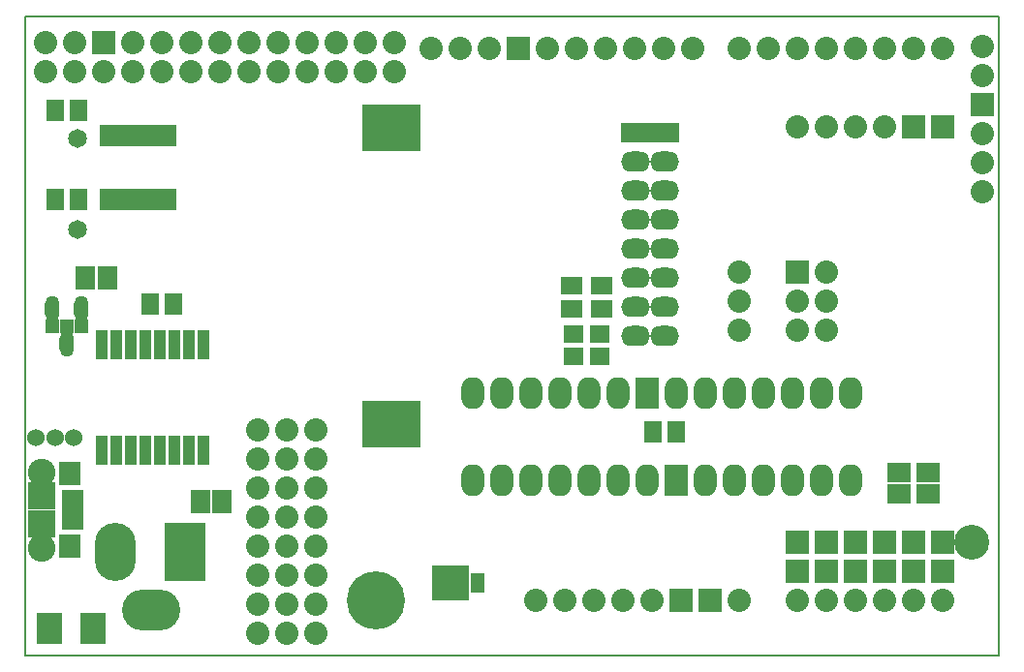
<source format=gbs>
G04 #@! TF.FileFunction,Soldermask,Bot*
%FSLAX46Y46*%
G04 Gerber Fmt 4.6, Leading zero omitted, Abs format (unit mm)*
G04 Created by KiCad (PCBNEW (2015-07-01 BZR 5850)-product) date Mon Jul 27 17:51:59 2015*
%MOMM*%
G01*
G04 APERTURE LIST*
%ADD10C,0.150000*%
%ADD11C,0.127000*%
%ADD12C,1.524000*%
%ADD13R,1.574800X1.930400*%
%ADD14R,1.930400X1.574800*%
%ADD15R,2.286000X2.730500*%
%ADD16R,3.175000X3.048000*%
%ADD17R,1.270000X1.778000*%
%ADD18O,2.032000X2.794000*%
%ADD19R,2.032000X2.794000*%
%ADD20C,2.032000*%
%ADD21R,2.032000X2.032000*%
%ADD22R,2.540000X1.778000*%
%ADD23O,2.540000X1.778000*%
%ADD24O,3.556000X5.080000*%
%ADD25R,3.556000X5.080000*%
%ADD26O,5.080000X3.556000*%
%ADD27O,1.270000X2.286000*%
%ADD28R,1.270000X1.270000*%
%ADD29R,1.879600X0.914400*%
%ADD30R,1.930400X2.108200*%
%ADD31R,2.413000X2.413000*%
%ADD32C,2.413000*%
%ADD33R,2.006600X1.808480*%
%ADD34R,1.808480X2.006600*%
%ADD35C,1.651000*%
%ADD36C,5.080000*%
%ADD37C,3.048000*%
%ADD38R,1.107440X2.506980*%
%ADD39R,0.927100X1.978660*%
%ADD40R,1.808480X1.557020*%
%ADD41R,5.080000X4.064000*%
G04 APERTURE END LIST*
D10*
D11*
X110490000Y-81280000D02*
X110490000Y-25400000D01*
X25400000Y-25400000D02*
X110490000Y-25400000D01*
X110490000Y-81280000D02*
X25400000Y-81280000D01*
X25400000Y-81280000D02*
X25400000Y-25400000D01*
D12*
X28003500Y-62230000D03*
X29654500Y-62230000D03*
X26352500Y-62242700D03*
D13*
X82296000Y-61722000D03*
X80264000Y-61722000D03*
X38354000Y-50609500D03*
X36322000Y-50609500D03*
D14*
X75819000Y-50990500D03*
X75819000Y-48958500D03*
X73152000Y-50990500D03*
X73152000Y-48958500D03*
D13*
X28003500Y-41402000D03*
X30035500Y-41402000D03*
X28003500Y-33655000D03*
X30035500Y-33655000D03*
D15*
X31305500Y-78930500D03*
X27495500Y-78930500D03*
D16*
X62611000Y-74930000D03*
D17*
X64960500Y-74930000D03*
D18*
X94996000Y-58356500D03*
X92456000Y-58356500D03*
X89916000Y-58356500D03*
X87376000Y-58356500D03*
X84836000Y-58356500D03*
X82296000Y-58356500D03*
D19*
X79756000Y-58356500D03*
D18*
X77216000Y-58356500D03*
X74676000Y-58356500D03*
X72136000Y-58356500D03*
X69596000Y-58356500D03*
X67056000Y-58356500D03*
X64516000Y-58356500D03*
X97536000Y-58356500D03*
X64516000Y-65976500D03*
X67056000Y-65976500D03*
X69596000Y-65976500D03*
X72136000Y-65976500D03*
X74676000Y-65976500D03*
X77216000Y-65976500D03*
X79756000Y-65976500D03*
D19*
X82296000Y-65976500D03*
D18*
X84836000Y-65976500D03*
X87376000Y-65976500D03*
X89916000Y-65976500D03*
X92456000Y-65976500D03*
X94996000Y-65976500D03*
X97536000Y-65976500D03*
D20*
X27178000Y-30226000D03*
X27178000Y-27686000D03*
X29718000Y-30226000D03*
X29718000Y-27686000D03*
X32258000Y-30226000D03*
D21*
X32258000Y-27686000D03*
D20*
X34798000Y-30226000D03*
X34798000Y-27686000D03*
X37338000Y-30226000D03*
X37338000Y-27686000D03*
X39878000Y-30226000D03*
X39878000Y-27686000D03*
X42418000Y-30226000D03*
X42418000Y-27686000D03*
X44958000Y-30226000D03*
X44958000Y-27686000D03*
X47498000Y-30226000D03*
X47498000Y-27686000D03*
X50038000Y-30226000D03*
X50038000Y-27686000D03*
X52578000Y-30226000D03*
X52578000Y-27686000D03*
X55118000Y-30226000D03*
X55118000Y-27686000D03*
X57658000Y-30226000D03*
X57658000Y-27686000D03*
D22*
X78740000Y-35560000D03*
D23*
X78740000Y-38100000D03*
X78740000Y-40640000D03*
X78740000Y-43180000D03*
X78740000Y-45720000D03*
X78740000Y-48260000D03*
X78740000Y-50800000D03*
X78740000Y-53340000D03*
D22*
X81280000Y-35560000D03*
D23*
X81280000Y-38100000D03*
X81280000Y-40640000D03*
X81280000Y-43180000D03*
X81280000Y-45720000D03*
X81280000Y-48260000D03*
X81280000Y-50800000D03*
X81280000Y-53340000D03*
D20*
X50800000Y-79375000D03*
X50800000Y-76835000D03*
X50800000Y-74295000D03*
X50800000Y-71755000D03*
X50800000Y-69215000D03*
X50800000Y-66675000D03*
X50800000Y-64135000D03*
X50800000Y-61595000D03*
X48260000Y-79375000D03*
X48260000Y-76835000D03*
X48260000Y-74295000D03*
X48260000Y-71755000D03*
X48260000Y-69215000D03*
X48260000Y-66675000D03*
X48260000Y-64135000D03*
X48260000Y-61595000D03*
X45720000Y-79375000D03*
X45720000Y-76835000D03*
X45720000Y-74295000D03*
X45720000Y-71755000D03*
X45720000Y-69215000D03*
X45720000Y-66675000D03*
X45720000Y-64135000D03*
X45720000Y-61595000D03*
X109093000Y-28067000D03*
X109093000Y-30607000D03*
D21*
X109093000Y-33147000D03*
D20*
X109093000Y-35687000D03*
X109093000Y-38227000D03*
X109093000Y-40767000D03*
D21*
X105600500Y-35052000D03*
X103060500Y-35052000D03*
D20*
X100520500Y-35052000D03*
X97980500Y-35052000D03*
X95440500Y-35052000D03*
X92900500Y-35052000D03*
X95440500Y-52832000D03*
X92900500Y-52832000D03*
X95440500Y-50292000D03*
X92900500Y-50292000D03*
X95440500Y-47752000D03*
D21*
X92900500Y-47752000D03*
D24*
X33274000Y-72263000D03*
D25*
X39370000Y-72263000D03*
D26*
X36449000Y-77343000D03*
D27*
X30353000Y-50990500D03*
X27813000Y-50990500D03*
X29083000Y-54038500D03*
D28*
X27813000Y-52514500D03*
X29083000Y-52514500D03*
X30353000Y-52514500D03*
D29*
X29527500Y-68580000D03*
X29527500Y-67929760D03*
X29527500Y-67279520D03*
X29527500Y-69230240D03*
X29527500Y-69880480D03*
D30*
X29273500Y-71755000D03*
X29273500Y-65405000D03*
D31*
X26860500Y-69786500D03*
X26860500Y-67373500D03*
D32*
X26860500Y-71882000D03*
X26860500Y-65278000D03*
D20*
X87820500Y-47752000D03*
X87820500Y-50292000D03*
X87820500Y-52832000D03*
D21*
X105600500Y-73977500D03*
X103060500Y-73977500D03*
X100520500Y-73977500D03*
X97980500Y-73977500D03*
X95440500Y-73977500D03*
X92900500Y-73977500D03*
X105600500Y-71437500D03*
X103060500Y-71437500D03*
X100520500Y-71437500D03*
X97980500Y-71437500D03*
X95440500Y-71437500D03*
X92900500Y-71437500D03*
D33*
X104330500Y-65278000D03*
X104330500Y-67183000D03*
X101790500Y-65278000D03*
X101790500Y-67183000D03*
D34*
X42608500Y-67818000D03*
X40703500Y-67818000D03*
X30670500Y-48323500D03*
X32575500Y-48323500D03*
D35*
X29972000Y-36068000D03*
X29972000Y-44069000D03*
D20*
X105600500Y-76517500D03*
X103060500Y-76517500D03*
X100520500Y-76517500D03*
X92900500Y-76517500D03*
X95440500Y-76517500D03*
X97980500Y-76517500D03*
X87820500Y-76517500D03*
D21*
X85280500Y-76517500D03*
X82740500Y-76517500D03*
D20*
X77660500Y-76517500D03*
X75120500Y-76517500D03*
X105600500Y-28257500D03*
X103060500Y-28257500D03*
X100520500Y-28257500D03*
X97980500Y-28257500D03*
X95440500Y-28257500D03*
X92900500Y-28257500D03*
X90360500Y-28257500D03*
X87820500Y-28257500D03*
X83756500Y-28257500D03*
X81216500Y-28257500D03*
X78676500Y-28257500D03*
X76136500Y-28257500D03*
X73596500Y-28257500D03*
X71056500Y-28257500D03*
D21*
X68516500Y-28257500D03*
D20*
X65976500Y-28257500D03*
X80200500Y-76517500D03*
D36*
X56070500Y-76517500D03*
D37*
X108140500Y-71437500D03*
D20*
X72580500Y-76517500D03*
X70040500Y-76517500D03*
X63436500Y-28257500D03*
X60896500Y-28257500D03*
D38*
X40957500Y-63388240D03*
X39687500Y-63388240D03*
X38417500Y-63388240D03*
X37147500Y-63388240D03*
X35877500Y-63388240D03*
X34607500Y-63388240D03*
X33337500Y-63388240D03*
X32067500Y-63388240D03*
X32067500Y-54086760D03*
X33337500Y-54086760D03*
X34607500Y-54086760D03*
X35877500Y-54086760D03*
X37147500Y-54086760D03*
X38417500Y-54086760D03*
X39687500Y-54086760D03*
X40957500Y-54086760D03*
D39*
X34917380Y-35808920D03*
X35567620Y-35808920D03*
X36217860Y-35808920D03*
X36868100Y-35808920D03*
X32976820Y-41402000D03*
X32966660Y-35808920D03*
X33616900Y-35808920D03*
X34267140Y-35808920D03*
X37518340Y-41407080D03*
X36868100Y-41407080D03*
X36217860Y-41407080D03*
X35567620Y-41407080D03*
X34917380Y-41407080D03*
X34267140Y-41407080D03*
X37518340Y-35808920D03*
X33616900Y-41402000D03*
X32316420Y-35808920D03*
X38168580Y-35808920D03*
X38168580Y-41407080D03*
X32316420Y-41407080D03*
D40*
X75628500Y-55118000D03*
X73342500Y-53213000D03*
X75628500Y-53213000D03*
X73342500Y-55118000D03*
D41*
X57404000Y-61087000D03*
X57404000Y-35179000D03*
M02*

</source>
